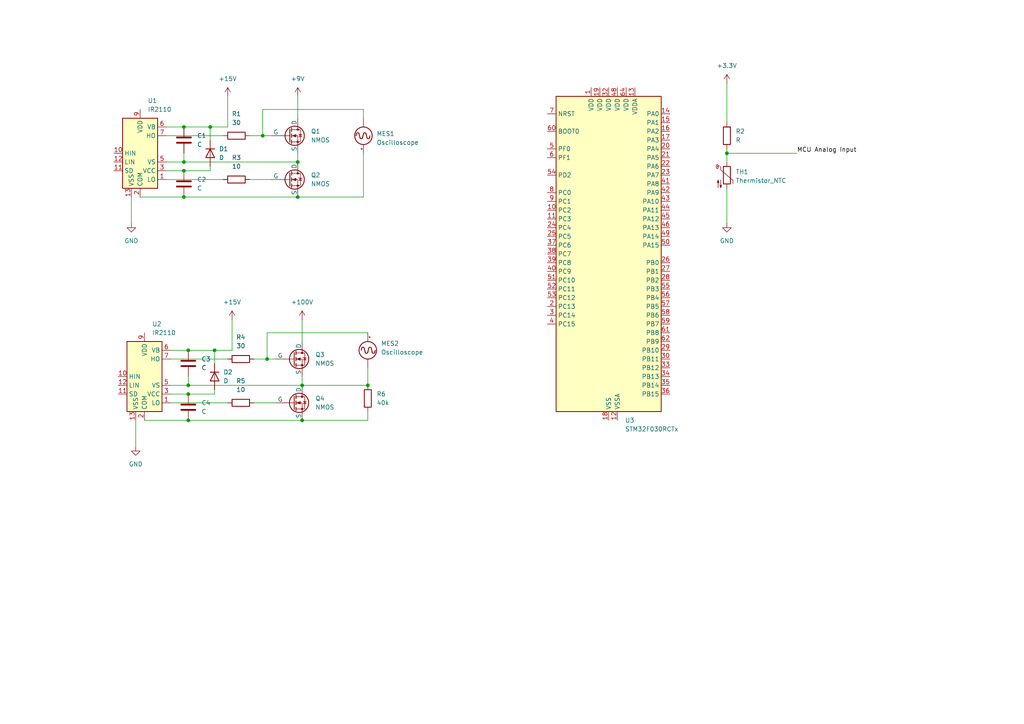
<source format=kicad_sch>
(kicad_sch (version 20231120) (generator "eeschema") (generator_version "8.0")
  (paper "A4")
  (lib_symbols
    (symbol "Device:C" (pin_numbers hide) (pin_names (offset 0.254))
      (property "Reference" "C" (at 0.635 2.54 0))
      (property "Value" "C" (at 0.635 -2.54 0))
      (symbol "C_0_1"
        (polyline (pts (xy -2.032 -0.762) (xy 2.032 -0.762)) (stroke (width 0.508)))
        (polyline (pts (xy -2.032 0.762) (xy 2.032 0.762)) (stroke (width 0.508)))
      )
      (symbol "C_1_1"
        (pin passive line (at 0 3.81 270) (length 2.794) (name "~") (number "1"))
        (pin passive line (at 0 -3.81 90) (length 2.794) (name "~") (number "2"))
      )
    )
    (symbol "Device:D" (pin_numbers hide) (pin_names (offset 1.016) hide)
      (property "Reference" "D" (at 0 2.54 0))
      (property "Value" "D" (at 0 -2.54 0))
      (symbol "D_0_1"
        (polyline (pts (xy -1.27 1.27) (xy -1.27 -1.27)) (stroke (width 0.254)))
        (polyline (pts (xy 1.27 0) (xy -1.27 0)))
        (polyline (pts (xy 1.27 1.27) (xy 1.27 -1.27) (xy -1.27 0) (xy 1.27 1.27)) (stroke (width 0.254)))
      )
      (symbol "D_1_1"
        (pin passive line (at -3.81 0 0) (length 2.54) (name "K") (number "1"))
        (pin passive line (at 3.81 0 180) (length 2.54) (name "A") (number "2"))
      )
    )
    (symbol "Device:Oscilloscope" (pin_numbers hide) (pin_names (offset 0.0254) hide)
      (property "Reference" "MES" (at -3.302 1.016 0))
      (property "Value" "Oscilloscope" (at -3.302 -0.762 0))
      (symbol "Oscilloscope_0_0"
        (arc (start -1.016 0.508) (mid -1.397 0.8874) (end -1.778 0.508) (stroke (width 0.254)))
        (arc (start -0.762 -0.508) (mid -0.381 -0.8874) (end 0 -0.508) (stroke (width 0.254)))
        (polyline (pts (xy -1.778 0.508) (xy -1.905 0)) (stroke (width 0.254)))
        (polyline (pts (xy -1.016 0.508) (xy -0.762 -0.508)) (stroke (width 0.254)))
        (polyline (pts (xy 0 -0.508) (xy 0.254 0.508)) (stroke (width 0.254)))
        (polyline (pts (xy 1.016 0.508) (xy 1.27 -0.508)) (stroke (width 0.254)))
        (polyline (pts (xy 2.032 -0.508) (xy 2.159 0)) (stroke (width 0.254)))
        (arc (start 1.016 0.508) (mid 0.635 0.8874) (end 0.254 0.508) (stroke (width 0.254)))
        (arc (start 1.27 -0.508) (mid 1.651 -0.8874) (end 2.032 -0.508) (stroke (width 0.254)))
      )
      (symbol "Oscilloscope_0_1"
        (polyline (pts (xy 0.254 3.81) (xy 0.762 3.81)))
        (polyline (pts (xy 0.508 4.064) (xy 0.508 3.556)))
        (circle (center 0 0) (radius 2.54) (stroke (width 0.254)))
      )
      (symbol "Oscilloscope_1_1"
        (pin passive line (at 0 -5.08 90) (length 2.54) (name "-") (number "1"))
        (pin passive line (at 0 5.08 270) (length 2.54) (name "+") (number "2"))
      )
    )
    (symbol "Device:R" (pin_numbers hide) (pin_names (offset 0))
      (property "Reference" "R" (at 2.032 0 90))
      (property "Value" "R" (at 0 0 90))
      (symbol "R_0_1"
        (rectangle (start -1.016 -2.54) (end 1.016 2.54) (stroke (width 0.254)))
      )
      (symbol "R_1_1"
        (pin passive line (at 0 3.81 270) (length 1.27) (name "~") (number "1"))
        (pin passive line (at 0 -3.81 90) (length 1.27) (name "~") (number "2"))
      )
    )
    (symbol "Device:Thermistor_NTC" (pin_numbers hide) (pin_names (offset 0))
      (property "Reference" "TH" (at -4.445 0 90))
      (property "Value" "Thermistor_NTC" (at 3.175 0 90))
      (symbol "Thermistor_NTC_0_1"
        (arc (start -3.048 2.159) (mid -3.0495 2.3143) (end -3.175 2.413))
        (arc (start -3.048 2.159) (mid -2.9736 1.9794) (end -2.794 1.905))
        (arc (start -3.048 2.794) (mid -2.9736 2.6144) (end -2.794 2.54))
        (arc (start -2.794 1.905) (mid -2.6144 1.9794) (end -2.54 2.159))
        (arc (start -2.794 2.54) (mid -2.4393 2.5587) (end -2.159 2.794))
        (arc (start -2.794 3.048) (mid -2.9736 2.9736) (end -3.048 2.794))
        (arc (start -2.54 2.794) (mid -2.6144 2.9736) (end -2.794 3.048))
        (rectangle (start -1.016 2.54) (end 1.016 -2.54) (stroke (width 0.254)))
        (polyline (pts (xy -2.54 2.159) (xy -2.54 2.794)))
        (polyline (pts (xy -1.778 2.54) (xy -1.778 1.524) (xy 1.778 -1.524) (xy 1.778 -2.54)))
        (polyline (pts (xy -2.54 -3.683) (xy -2.54 -1.397) (xy -2.794 -2.159) (xy -2.286 -2.159) (xy -2.54 -1.397) (xy -2.54 -1.651)) (fill (type outline)))
        (polyline (pts (xy -1.778 -1.397) (xy -1.778 -3.683) (xy -2.032 -2.921) (xy -1.524 -2.921) (xy -1.778 -3.683) (xy -1.778 -3.429)) (fill (type outline)))
      )
      (symbol "Thermistor_NTC_1_1"
        (pin passive line (at 0 3.81 270) (length 1.27) (name "~") (number "1"))
        (pin passive line (at 0 -3.81 90) (length 1.27) (name "~") (number "2"))
      )
    )
    (symbol "Driver_FET:IR2110"
      (property "Reference" "U" (at 1.27 13.335 0))
      (property "Value" "IR2110" (at 1.27 11.43 0))
      (symbol "IR2110_0_1"
        (rectangle (start -5.08 -10.16) (end 5.08 10.16) (stroke (width 0.254)) (fill (type background)))
      )
      (symbol "IR2110_1_1"
        (pin output line (at 7.62 -7.62 180) (length 2.54) (name "LO") (number "1"))
        (pin input line (at -7.62 0 0) (length 2.54) (name "HIN") (number "10"))
        (pin input line (at -7.62 -5.08 0) (length 2.54) (name "SD") (number "11"))
        (pin input line (at -7.62 -2.54 0) (length 2.54) (name "LIN") (number "12"))
        (pin power_in line (at -2.54 -12.7 90) (length 2.54) (name "VSS") (number "13"))
        (pin no_connect line (at -5.08 2.54 0) (length 2.54) hide (name "NC") (number "14"))
        (pin power_in line (at 0 -12.7 90) (length 2.54) (name "COM") (number "2"))
        (pin power_in line (at 7.62 -5.08 180) (length 2.54) (name "VCC") (number "3"))
        (pin no_connect line (at -5.08 7.62 0) (length 2.54) hide (name "NC") (number "4"))
        (pin passive line (at 7.62 -2.54 180) (length 2.54) (name "VS") (number "5"))
        (pin passive line (at 7.62 7.62 180) (length 2.54) (name "VB") (number "6"))
        (pin output line (at 7.62 5.08 180) (length 2.54) (name "HO") (number "7"))
        (pin no_connect line (at -5.08 5.08 0) (length 2.54) hide (name "NC") (number "8"))
        (pin power_in line (at 0 12.7 270) (length 2.54) (name "VDD") (number "9"))
      )
    )
    (symbol "MCU_ST_STM32F0:STM32F030RCTx"
      (property "Reference" "U" (at -15.24 46.99 0))
      (property "Value" "STM32F030RCTx" (at 10.16 46.99 0))
      (symbol "STM32F030RCTx_0_1"
        (rectangle (start -15.24 -45.72) (end 15.24 45.72) (stroke (width 0.254)) (fill (type background)))
      )
      (symbol "STM32F030RCTx_1_1"
        (pin power_in line (at -5.08 48.26 270) (length 2.54) (name "VDD") (number "1"))
        (pin bidirectional line (at -17.78 12.7 0) (length 2.54) (name "PC2") (number "10"))
        (pin bidirectional line (at -17.78 10.16 0) (length 2.54) (name "PC3") (number "11"))
        (pin power_in line (at 2.54 -48.26 90) (length 2.54) (name "VSSA") (number "12"))
        (pin power_in line (at 7.62 48.26 270) (length 2.54) (name "VDDA") (number "13"))
        (pin bidirectional line (at 17.78 40.64 180) (length 2.54) (name "PA0") (number "14"))
        (pin bidirectional line (at 17.78 38.1 180) (length 2.54) (name "PA1") (number "15"))
        (pin bidirectional line (at 17.78 35.56 180) (length 2.54) (name "PA2") (number "16"))
        (pin bidirectional line (at 17.78 33.02 180) (length 2.54) (name "PA3") (number "17"))
        (pin power_in line (at 0 -48.26 90) (length 2.54) (name "VSS") (number "18"))
        (pin power_in line (at -2.54 48.26 270) (length 2.54) (name "VDD") (number "19"))
        (pin bidirectional line (at -17.78 -15.24 0) (length 2.54) (name "PC13") (number "2"))
        (pin bidirectional line (at 17.78 30.48 180) (length 2.54) (name "PA4") (number "20"))
        (pin bidirectional line (at 17.78 27.94 180) (length 2.54) (name "PA5") (number "21"))
        (pin bidirectional line (at 17.78 25.4 180) (length 2.54) (name "PA6") (number "22"))
        (pin bidirectional line (at 17.78 22.86 180) (length 2.54) (name "PA7") (number "23"))
        (pin bidirectional line (at -17.78 7.62 0) (length 2.54) (name "PC4") (number "24"))
        (pin bidirectional line (at -17.78 5.08 0) (length 2.54) (name "PC5") (number "25"))
        (pin bidirectional line (at 17.78 -2.54 180) (length 2.54) (name "PB0") (number "26"))
        (pin bidirectional line (at 17.78 -5.08 180) (length 2.54) (name "PB1") (number "27"))
        (pin bidirectional line (at 17.78 -7.62 180) (length 2.54) (name "PB2") (number "28"))
        (pin bidirectional line (at 17.78 -27.94 180) (length 2.54) (name "PB10") (number "29"))
        (pin bidirectional line (at -17.78 -17.78 0) (length 2.54) (name "PC14") (number "3"))
        (pin bidirectional line (at 17.78 -30.48 180) (length 2.54) (name "PB11") (number "30"))
        (pin passive line (at 0 -48.26 90) (length 2.54) hide (name "VSS") (number "31"))
        (pin power_in line (at 0 48.26 270) (length 2.54) (name "VDD") (number "32"))
        (pin bidirectional line (at 17.78 -33.02 180) (length 2.54) (name "PB12") (number "33"))
        (pin bidirectional line (at 17.78 -35.56 180) (length 2.54) (name "PB13") (number "34"))
        (pin bidirectional line (at 17.78 -38.1 180) (length 2.54) (name "PB14") (number "35"))
        (pin bidirectional line (at 17.78 -40.64 180) (length 2.54) (name "PB15") (number "36"))
        (pin bidirectional line (at -17.78 2.54 0) (length 2.54) (name "PC6") (number "37"))
        (pin bidirectional line (at -17.78 0 0) (length 2.54) (name "PC7") (number "38"))
        (pin bidirectional line (at -17.78 -2.54 0) (length 2.54) (name "PC8") (number "39"))
        (pin bidirectional line (at -17.78 -20.32 0) (length 2.54) (name "PC15") (number "4"))
        (pin bidirectional line (at -17.78 -5.08 0) (length 2.54) (name "PC9") (number "40"))
        (pin bidirectional line (at 17.78 20.32 180) (length 2.54) (name "PA8") (number "41"))
        (pin bidirectional line (at 17.78 17.78 180) (length 2.54) (name "PA9") (number "42"))
        (pin bidirectional line (at 17.78 15.24 180) (length 2.54) (name "PA10") (number "43"))
        (pin bidirectional line (at 17.78 12.7 180) (length 2.54) (name "PA11") (number "44"))
        (pin bidirectional line (at 17.78 10.16 180) (length 2.54) (name "PA12") (number "45"))
        (pin bidirectional line (at 17.78 7.62 180) (length 2.54) (name "PA13") (number "46"))
        (pin passive line (at 0 -48.26 90) (length 2.54) hide (name "VSS") (number "47"))
        (pin power_in line (at 2.54 48.26 270) (length 2.54) (name "VDD") (number "48"))
        (pin bidirectional line (at 17.78 5.08 180) (length 2.54) (name "PA14") (number "49"))
        (pin bidirectional line (at -17.78 30.48 0) (length 2.54) (name "PF0") (number "5"))
        (pin bidirectional line (at 17.78 2.54 180) (length 2.54) (name "PA15") (number "50"))
        (pin bidirectional line (at -17.78 -7.62 0) (length 2.54) (name "PC10") (number "51"))
        (pin bidirectional line (at -17.78 -10.16 0) (length 2.54) (name "PC11") (number "52"))
        (pin bidirectional line (at -17.78 -12.7 0) (length 2.54) (name "PC12") (number "53"))
        (pin bidirectional line (at -17.78 22.86 0) (length 2.54) (name "PD2") (number "54"))
        (pin bidirectional line (at 17.78 -10.16 180) (length 2.54) (name "PB3") (number "55"))
        (pin bidirectional line (at 17.78 -12.7 180) (length 2.54) (name "PB4") (number "56"))
        (pin bidirectional line (at 17.78 -15.24 180) (length 2.54) (name "PB5") (number "57"))
        (pin bidirectional line (at 17.78 -17.78 180) (length 2.54) (name "PB6") (number "58"))
        (pin bidirectional line (at 17.78 -20.32 180) (length 2.54) (name "PB7") (number "59"))
        (pin bidirectional line (at -17.78 27.94 0) (length 2.54) (name "PF1") (number "6"))
        (pin input line (at -17.78 35.56 0) (length 2.54) (name "BOOT0") (number "60"))
        (pin bidirectional line (at 17.78 -22.86 180) (length 2.54) (name "PB8") (number "61"))
        (pin bidirectional line (at 17.78 -25.4 180) (length 2.54) (name "PB9") (number "62"))
        (pin passive line (at 0 -48.26 90) (length 2.54) hide (name "VSS") (number "63"))
        (pin power_in line (at 5.08 48.26 270) (length 2.54) (name "VDD") (number "64"))
        (pin input line (at -17.78 40.64 0) (length 2.54) (name "NRST") (number "7"))
        (pin bidirectional line (at -17.78 17.78 0) (length 2.54) (name "PC0") (number "8"))
        (pin bidirectional line (at -17.78 15.24 0) (length 2.54) (name "PC1") (number "9"))
      )
    )
    (symbol "Simulation_SPICE:NMOS" (pin_numbers hide) (pin_names (offset 0))
      (property "Reference" "Q" (at 5.08 1.27 0))
      (property "Value" "NMOS" (at 5.08 -1.27 0))
      (symbol "NMOS_0_1"
        (polyline (pts (xy 0.254 0) (xy -2.54 0)))
        (polyline (pts (xy 0.254 1.905) (xy 0.254 -1.905)) (stroke (width 0.254)))
        (polyline (pts (xy 0.762 -1.27) (xy 0.762 -2.286)) (stroke (width 0.254)))
        (polyline (pts (xy 0.762 0.508) (xy 0.762 -0.508)) (stroke (width 0.254)))
        (polyline (pts (xy 0.762 2.286) (xy 0.762 1.27)) (stroke (width 0.254)))
        (polyline (pts (xy 2.54 2.54) (xy 2.54 1.778)))
        (polyline (pts (xy 2.54 -2.54) (xy 2.54 0) (xy 0.762 0)))
        (polyline (pts (xy 0.762 -1.778) (xy 3.302 -1.778) (xy 3.302 1.778) (xy 0.762 1.778)))
        (polyline (pts (xy 1.016 0) (xy 2.032 0.381) (xy 2.032 -0.381) (xy 1.016 0)) (fill (type outline)))
        (polyline (pts (xy 2.794 0.508) (xy 2.921 0.381) (xy 3.683 0.381) (xy 3.81 0.254)))
        (polyline (pts (xy 3.302 0.381) (xy 2.921 -0.254) (xy 3.683 -0.254) (xy 3.302 0.381)))
        (circle (center 1.651 0) (radius 2.794) (stroke (width 0.254)))
        (circle (center 2.54 -1.778) (radius 0.254) (fill (type outline)))
        (circle (center 2.54 1.778) (radius 0.254) (fill (type outline)))
      )
      (symbol "NMOS_1_1"
        (pin passive line (at 2.54 5.08 270) (length 2.54) (name "D") (number "1"))
        (pin input line (at -5.08 0 0) (length 2.54) (name "G") (number "2"))
        (pin passive line (at 2.54 -5.08 90) (length 2.54) (name "S") (number "3"))
      )
    )
    (symbol "power:+48V" (power) (pin_numbers hide) (pin_names (offset 0) hide)
      (property "Value" "+48V" (at 0 3.556 0))
      (symbol "+48V_0_1"
        (polyline (pts (xy -0.762 1.27) (xy 0 2.54)))
        (polyline (pts (xy 0 0) (xy 0 2.54)))
        (polyline (pts (xy 0 2.54) (xy 0.762 1.27)))
      )
      (symbol "+48V_1_1"
        (pin power_in line (at 0 0 90) (length 0) (name "~") (number "1"))
      )
    )
    (symbol "power:GND" (power) (pin_numbers hide) (pin_names (offset 0) hide)
      (property "Value" "GND" (at 0 -3.81 0))
      (symbol "GND_0_1"
        (polyline (pts (xy 0 0) (xy 0 -1.27) (xy 1.27 -1.27) (xy 0 -2.54) (xy -1.27 -1.27) (xy 0 -1.27)))
      )
      (symbol "GND_1_1"
        (pin power_in line (at 0 0 270) (length 0) (name "~") (number "1"))
      )
    )
  )
  (junction (at 60.96 36.83))
  (junction (at 54.61 111.76))
  (junction (at 77.47 104.14))
  (junction (at 53.34 49.53))
  (junction (at 87.63 111.76))
  (junction (at 53.34 46.99))
  (junction (at 54.61 121.92))
  (junction (at 53.34 57.15))
  (junction (at 86.36 46.99))
  (junction (at 54.61 101.6))
  (junction (at 86.36 57.15))
  (junction (at 106.68 111.76))
  (junction (at 53.34 36.83))
  (junction (at 87.63 121.92))
  (junction (at 62.23 101.6))
  (junction (at 210.82 44.45))
  (junction (at 54.61 114.3))
  (junction (at 76.2 39.37))
  (wire (pts (xy 76.2 39.37) (xy 78.74 39.37)))
  (wire (pts (xy 53.34 57.15) (xy 86.36 57.15)))
  (wire (pts (xy 87.63 109.22) (xy 87.63 111.76)))
  (wire (pts (xy 48.26 36.83) (xy 53.34 36.83)))
  (wire (pts (xy 106.68 121.92) (xy 87.63 121.92)))
  (wire (pts (xy 62.23 114.3) (xy 62.23 113.03)))
  (wire (pts (xy 87.63 111.76) (xy 106.68 111.76)))
  (wire (pts (xy 106.68 96.52) (xy 77.47 96.52)))
  (wire (pts (xy 105.41 31.75) (xy 76.2 31.75)))
  (wire (pts (xy 78.74 52.07) (xy 72.39 52.07)))
  (wire (pts (xy 49.53 111.76) (xy 54.61 111.76)))
  (wire (pts (xy 106.68 119.38) (xy 106.68 121.92)))
  (wire (pts (xy 53.34 46.99) (xy 86.36 46.99)))
  (wire (pts (xy 105.41 34.29) (xy 105.41 31.75)))
  (wire (pts (xy 53.34 44.45) (xy 53.34 46.99)))
  (wire (pts (xy 72.39 39.37) (xy 76.2 39.37)))
  (wire (pts (xy 39.37 121.92) (xy 39.37 129.54)))
  (wire (pts (xy 54.61 121.92) (xy 87.63 121.92)))
  (wire (pts (xy 48.26 52.07) (xy 64.77 52.07)))
  (wire (pts (xy 77.47 96.52) (xy 77.47 104.14)))
  (wire (pts (xy 54.61 111.76) (xy 87.63 111.76)))
  (wire (pts (xy 210.82 54.61) (xy 210.82 64.77)))
  (wire (pts (xy 210.82 44.45) (xy 210.82 46.99)))
  (wire (pts (xy 54.61 109.22) (xy 54.61 111.76)))
  (wire (pts (xy 210.82 43.18) (xy 210.82 44.45)))
  (wire (pts (xy 53.34 49.53) (xy 60.96 49.53)))
  (wire (pts (xy 40.64 57.15) (xy 53.34 57.15)))
  (wire (pts (xy 54.61 114.3) (xy 62.23 114.3)))
  (wire (pts (xy 87.63 92.71) (xy 87.63 99.06)))
  (wire (pts (xy 210.82 44.45) (xy 231.14 44.45)))
  (wire (pts (xy 60.96 36.83) (xy 66.04 36.83)))
  (wire (pts (xy 80.01 116.84) (xy 73.66 116.84)))
  (wire (pts (xy 48.26 49.53) (xy 53.34 49.53)))
  (wire (pts (xy 41.91 121.92) (xy 54.61 121.92)))
  (wire (pts (xy 105.41 44.45) (xy 105.41 57.15)))
  (wire (pts (xy 49.53 104.14) (xy 66.04 104.14)))
  (wire (pts (xy 67.31 92.71) (xy 67.31 101.6)))
  (wire (pts (xy 60.96 49.53) (xy 60.96 48.26)))
  (wire (pts (xy 86.36 27.94) (xy 86.36 34.29)))
  (wire (pts (xy 49.53 101.6) (xy 54.61 101.6)))
  (wire (pts (xy 54.61 101.6) (xy 62.23 101.6)))
  (wire (pts (xy 86.36 44.45) (xy 86.36 46.99)))
  (wire (pts (xy 38.1 57.15) (xy 38.1 64.77)))
  (wire (pts (xy 62.23 101.6) (xy 67.31 101.6)))
  (wire (pts (xy 48.26 39.37) (xy 64.77 39.37)))
  (wire (pts (xy 49.53 114.3) (xy 54.61 114.3)))
  (wire (pts (xy 48.26 46.99) (xy 53.34 46.99)))
  (wire (pts (xy 73.66 104.14) (xy 77.47 104.14)))
  (wire (pts (xy 210.82 24.13) (xy 210.82 35.56)))
  (wire (pts (xy 77.47 104.14) (xy 80.01 104.14)))
  (wire (pts (xy 60.96 36.83) (xy 60.96 40.64)))
  (wire (pts (xy 86.36 57.15) (xy 105.41 57.15)))
  (wire (pts (xy 53.34 36.83) (xy 60.96 36.83)))
  (wire (pts (xy 49.53 116.84) (xy 66.04 116.84)))
  (wire (pts (xy 106.68 106.68) (xy 106.68 111.76)))
  (wire (pts (xy 62.23 101.6) (xy 62.23 105.41)))
  (wire (pts (xy 76.2 31.75) (xy 76.2 39.37)))
  (wire (pts (xy 66.04 27.94) (xy 66.04 36.83)))
  (label "MCU Analog Input" (at 231.14 44.45 0))
  (symbol (lib_id "Device:R") (at 106.68 115.57 180) (unit 1)
    (property "Reference" "R6" (at 109.22 114.2999 0) (effects (justify right)))
    (property "Value" "40k" (at 109.22 116.8399 0) (effects (justify right)))
    (property "Description" "Resistor" (effects (hide yes)))
  )
  (symbol (lib_id "power:GND") (at 39.37 129.54 0) (unit 1)
    (property "Reference" "#PWR04" (effects (hide yes)))
    (property "Value" "GND" (at 39.37 134.62 0))
    (property "Description" "Power symbol creates a global label with name \"GND\" , ground" (effects (hide yes)))
  )
  (symbol (lib_id "Device:R") (at 68.58 39.37 90) (unit 1)
    (property "Reference" "R1" (at 68.58 33.02 90))
    (property "Value" "30" (at 68.58 35.56 90))
    (property "Description" "Resistor" (effects (hide yes)))
  )
  (symbol (lib_id "MCU_ST_STM32F0:STM32F030RCTx") (at 176.53 73.66 0) (unit 1)
    (property "Reference" "U3" (at 181.2641 121.92 0) (effects (justify left)))
    (property "Value" "STM32F030RCTx" (at 181.2641 124.46 0) (effects (justify left)))
    (property "Footprint" "Package_QFP:LQFP-64_10x10mm_P0.5mm" (effects (hide yes)))
    (property "Datasheet" "https://www.st.com/resource/en/datasheet/stm32f030rc.pdf" (effects (hide yes)))
    (property "Description" "STMicroelectronics Arm Cortex-M0 MCU, 256KB flash, 32KB RAM, 48 MHz, 2.4-3.6V, 51 GPIO, LQFP64" (effects (hide yes)))
  )
  (symbol (lib_id "Device:R") (at 68.58 52.07 90) (unit 1)
    (property "Reference" "R3" (at 68.58 45.72 90))
    (property "Value" "10" (at 68.58 48.26 90))
    (property "Description" "Resistor" (effects (hide yes)))
  )
  (symbol (lib_id "Device:R") (at 210.82 39.37 180) (unit 1)
    (property "Reference" "R2" (at 213.36 38.0999 0) (effects (justify right)))
    (property "Value" "R" (at 213.36 40.6399 0) (effects (justify right)))
    (property "Description" "Resistor" (effects (hide yes)))
  )
  (symbol (lib_id "Device:C") (at 53.34 40.64 0) (unit 1)
    (property "Reference" "C1" (at 57.15 39.3699 0) (effects (justify left)))
    (property "Value" "C" (at 57.15 41.9099 0) (effects (justify left)))
    (property "Description" "Unpolarized capacitor" (effects (hide yes)))
  )
  (symbol (lib_id "power:+48V") (at 66.04 27.94 0) (unit 1)
    (property "Reference" "#PWR02" (effects (hide yes)))
    (property "Value" "+15V" (at 66.04 22.86 0))
    (property "Description" "Power symbol creates a global label with name \"+48V\"" (effects (hide yes)))
  )
  (symbol (lib_id "Device:R") (at 69.85 116.84 90) (unit 1)
    (property "Reference" "R5" (at 69.85 110.49 90))
    (property "Value" "10" (at 69.85 113.03 90))
    (property "Description" "Resistor" (effects (hide yes)))
  )
  (symbol (lib_id "power:+48V") (at 210.82 24.13 0) (unit 1)
    (property "Reference" "#PWR08" (effects (hide yes)))
    (property "Value" "+3.3V" (at 210.82 19.05 0))
    (property "Description" "Power symbol creates a global label with name \"+48V\"" (effects (hide yes)))
  )
  (symbol (lib_id "Simulation_SPICE:NMOS") (at 85.09 104.14 0) (unit 1)
    (property "Reference" "Q3" (at 91.44 102.8699 0) (effects (justify left)))
    (property "Value" "NMOS" (at 91.44 105.4099 0) (effects (justify left)))
    (property "Datasheet" "https://ngspice.sourceforge.io/docs/ngspice-html-manual/manual.xhtml#cha_MOSFETs" (effects (hide yes)))
    (property "Description" "N-MOSFET transistor, drain/source/gate" (effects (hide yes)))
    (property "Sim.Device" "NMOS" (effects (hide yes)))
    (property "Sim.Type" "VDMOS" (effects (hide yes)))
    (property "Sim.Pins" "1=D 2=G 3=S" (effects (hide yes)))
  )
  (symbol (lib_id "Driver_FET:IR2110") (at 41.91 109.22 0) (unit 1)
    (property "Reference" "U2" (at 44.1041 93.98 0) (effects (justify left)))
    (property "Value" "IR2110" (at 44.1041 96.52 0) (effects (justify left)))
    (property "Footprint" "Package_DIP:DIP-14_W7.62mm" (effects (hide yes)))
    (property "Datasheet" "https://www.infineon.com/dgdl/ir2110.pdf?fileId=5546d462533600a4015355c80333167e" (effects (hide yes)))
    (property "Description" "High and Low Side Driver, 500V, 2.0/2.0A, PDIP-14" (effects (hide yes)))
  )
  (symbol (lib_id "Device:Oscilloscope") (at 105.41 39.37 180) (unit 1)
    (property "Reference" "MES1" (at 109.22 38.7984 0) (effects (justify right)))
    (property "Value" "Oscilloscope" (at 109.22 41.3384 0) (effects (justify right)))
    (property "Description" "Oscilloscope" (effects (hide yes)))
  )
  (symbol (lib_id "Device:C") (at 53.34 53.34 0) (unit 1)
    (property "Reference" "C2" (at 57.15 52.0699 0) (effects (justify left)))
    (property "Value" "C" (at 57.15 54.6099 0) (effects (justify left)))
    (property "Description" "Unpolarized capacitor" (effects (hide yes)))
  )
  (symbol (lib_id "Device:C") (at 54.61 118.11 0) (unit 1)
    (property "Reference" "C4" (at 58.42 116.8399 0) (effects (justify left)))
    (property "Value" "C" (at 58.42 119.3799 0) (effects (justify left)))
    (property "Description" "Unpolarized capacitor" (effects (hide yes)))
  )
  (symbol (lib_id "power:+48V") (at 87.63 92.71 0) (unit 1)
    (property "Reference" "#PWR06" (effects (hide yes)))
    (property "Value" "+100V" (at 87.63 87.63 0))
    (property "Description" "Power symbol creates a global label with name \"+48V\"" (effects (hide yes)))
  )
  (symbol (lib_id "Simulation_SPICE:NMOS") (at 85.09 116.84 0) (unit 1)
    (property "Reference" "Q4" (at 91.44 115.5699 0) (effects (justify left)))
    (property "Value" "NMOS" (at 91.44 118.1099 0) (effects (justify left)))
    (property "Datasheet" "https://ngspice.sourceforge.io/docs/ngspice-html-manual/manual.xhtml#cha_MOSFETs" (effects (hide yes)))
    (property "Description" "N-MOSFET transistor, drain/source/gate" (effects (hide yes)))
    (property "Sim.Device" "NMOS" (effects (hide yes)))
    (property "Sim.Type" "VDMOS" (effects (hide yes)))
    (property "Sim.Pins" "1=D 2=G 3=S" (effects (hide yes)))
  )
  (symbol (lib_id "Device:Thermistor_NTC") (at 210.82 50.8 0) (unit 1)
    (property "Reference" "TH1" (at 213.36 49.8474 0) (effects (justify left)))
    (property "Value" "Thermistor_NTC" (at 213.36 52.3874 0) (effects (justify left)))
    (property "Description" "Temperature dependent resistor, negative temperature coefficient" (effects (hide yes)))
  )
  (symbol (lib_id "Simulation_SPICE:NMOS") (at 83.82 39.37 0) (unit 1)
    (property "Reference" "Q1" (at 90.17 38.0999 0) (effects (justify left)))
    (property "Value" "NMOS" (at 90.17 40.6399 0) (effects (justify left)))
    (property "Datasheet" "https://ngspice.sourceforge.io/docs/ngspice-html-manual/manual.xhtml#cha_MOSFETs" (effects (hide yes)))
    (property "Description" "N-MOSFET transistor, drain/source/gate" (effects (hide yes)))
    (property "Sim.Device" "NMOS" (effects (hide yes)))
    (property "Sim.Type" "VDMOS" (effects (hide yes)))
    (property "Sim.Pins" "1=D 2=G 3=S" (effects (hide yes)))
  )
  (symbol (lib_id "Device:Oscilloscope") (at 106.68 101.6 0) (unit 1)
    (property "Reference" "MES2" (at 110.49 99.6314 0) (effects (justify left)))
    (property "Value" "Oscilloscope" (at 110.49 102.1714 0) (effects (justify left)))
    (property "Description" "Oscilloscope" (effects (hide yes)))
  )
  (symbol (lib_id "Device:R") (at 69.85 104.14 90) (unit 1)
    (property "Reference" "R4" (at 69.85 97.79 90))
    (property "Value" "30" (at 69.85 100.33 90))
    (property "Description" "Resistor" (effects (hide yes)))
  )
  (symbol (lib_id "power:+48V") (at 86.36 27.94 0) (unit 1)
    (property "Reference" "#PWR01" (effects (hide yes)))
    (property "Value" "+9V" (at 86.36 22.86 0))
    (property "Description" "Power symbol creates a global label with name \"+48V\"" (effects (hide yes)))
  )
  (symbol (lib_id "power:+48V") (at 67.31 92.71 0) (unit 1)
    (property "Reference" "#PWR05" (effects (hide yes)))
    (property "Value" "+15V" (at 67.31 87.63 0))
    (property "Description" "Power symbol creates a global label with name \"+48V\"" (effects (hide yes)))
  )
  (symbol (lib_id "Simulation_SPICE:NMOS") (at 83.82 52.07 0) (unit 1)
    (property "Reference" "Q2" (at 90.17 50.7999 0) (effects (justify left)))
    (property "Value" "NMOS" (at 90.17 53.3399 0) (effects (justify left)))
    (property "Datasheet" "https://ngspice.sourceforge.io/docs/ngspice-html-manual/manual.xhtml#cha_MOSFETs" (effects (hide yes)))
    (property "Description" "N-MOSFET transistor, drain/source/gate" (effects (hide yes)))
    (property "Sim.Device" "NMOS" (effects (hide yes)))
    (property "Sim.Type" "VDMOS" (effects (hide yes)))
    (property "Sim.Pins" "1=D 2=G 3=S" (effects (hide yes)))
  )
  (symbol (lib_id "Driver_FET:IR2110") (at 40.64 44.45 0) (unit 1)
    (property "Reference" "U1" (at 42.8341 29.21 0) (effects (justify left)))
    (property "Value" "IR2110" (at 42.8341 31.75 0) (effects (justify left)))
    (property "Footprint" "Package_DIP:DIP-14_W7.62mm" (effects (hide yes)))
    (property "Datasheet" "https://www.infineon.com/dgdl/ir2110.pdf?fileId=5546d462533600a4015355c80333167e" (effects (hide yes)))
    (property "Description" "High and Low Side Driver, 500V, 2.0/2.0A, PDIP-14" (effects (hide yes)))
  )
  (symbol (lib_id "Device:D") (at 62.23 109.22 270) (unit 1)
    (property "Reference" "D2" (at 64.77 107.9499 90) (effects (justify left)))
    (property "Value" "D" (at 64.77 110.4899 90) (effects (justify left)))
    (property "Description" "Diode" (effects (hide yes)))
    (property "Sim.Device" "D" (effects (hide yes)))
    (property "Sim.Pins" "1=K 2=A" (effects (hide yes)))
  )
  (symbol (lib_id "Device:C") (at 54.61 105.41 0) (unit 1)
    (property "Reference" "C3" (at 58.42 104.1399 0) (effects (justify left)))
    (property "Value" "C" (at 58.42 106.6799 0) (effects (justify left)))
    (property "Description" "Unpolarized capacitor" (effects (hide yes)))
  )
  (symbol (lib_id "power:GND") (at 210.82 64.77 0) (unit 1)
    (property "Reference" "#PWR07" (effects (hide yes)))
    (property "Value" "GND" (at 210.82 69.85 0))
    (property "Description" "Power symbol creates a global label with name \"GND\" , ground" (effects (hide yes)))
  )
  (symbol (lib_id "power:GND") (at 38.1 64.77 0) (unit 1)
    (property "Reference" "#PWR03" (effects (hide yes)))
    (property "Value" "GND" (at 38.1 69.85 0))
    (property "Description" "Power symbol creates a global label with name \"GND\" , ground" (effects (hide yes)))
  )
  (symbol (lib_id "Device:D") (at 60.96 44.45 270) (unit 1)
    (property "Reference" "D1" (at 63.5 43.1799 90) (effects (justify left)))
    (property "Value" "D" (at 63.5 45.7199 90) (effects (justify left)))
    (property "Description" "Diode" (effects (hide yes)))
    (property "Sim.Device" "D" (effects (hide yes)))
    (property "Sim.Pins" "1=K 2=A" (effects (hide yes)))
  )
)
</source>
